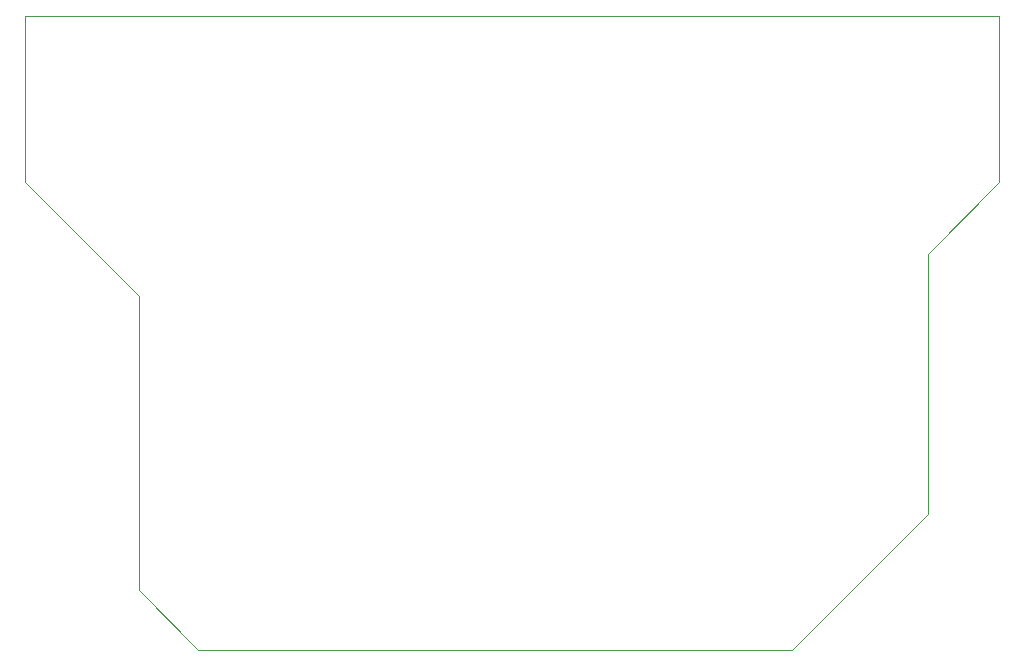
<source format=gbr>
%TF.GenerationSoftware,KiCad,Pcbnew,(6.0.2)*%
%TF.CreationDate,2022-04-05T12:16:13-06:00*%
%TF.ProjectId,Centronics50_F4Lite_THTV1,43656e74-726f-46e6-9963-7335305f4634,rev?*%
%TF.SameCoordinates,Original*%
%TF.FileFunction,Profile,NP*%
%FSLAX46Y46*%
G04 Gerber Fmt 4.6, Leading zero omitted, Abs format (unit mm)*
G04 Created by KiCad (PCBNEW (6.0.2)) date 2022-04-05 12:16:13*
%MOMM*%
%LPD*%
G01*
G04 APERTURE LIST*
%TA.AperFunction,Profile*%
%ADD10C,0.100000*%
%TD*%
G04 APERTURE END LIST*
D10*
X171394640Y-49974500D02*
X171394640Y-72001380D01*
X177450000Y-43919140D02*
X171394640Y-49974500D01*
X159910780Y-83487260D02*
X171394640Y-72001380D01*
X109651800Y-83487260D02*
X159910780Y-83487260D01*
X104612440Y-78447900D02*
X109651800Y-83487260D01*
X104612440Y-53576740D02*
X104612440Y-78447900D01*
X94965000Y-43929300D02*
X104612440Y-53576740D01*
X94965000Y-29883100D02*
X94965000Y-43929300D01*
X177450000Y-29883100D02*
X177450000Y-43919140D01*
X177450000Y-29883100D02*
X94965000Y-29883100D01*
M02*

</source>
